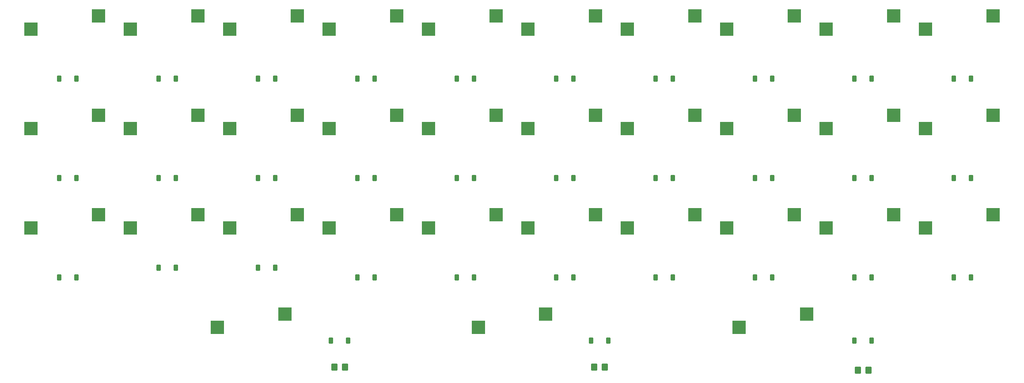
<source format=gbr>
%TF.GenerationSoftware,KiCad,Pcbnew,7.0.2-0*%
%TF.CreationDate,2023-05-11T14:31:08+08:00*%
%TF.ProjectId,Anya,416e7961-2e6b-4696-9361-645f70636258,rev?*%
%TF.SameCoordinates,Original*%
%TF.FileFunction,Paste,Bot*%
%TF.FilePolarity,Positive*%
%FSLAX46Y46*%
G04 Gerber Fmt 4.6, Leading zero omitted, Abs format (unit mm)*
G04 Created by KiCad (PCBNEW 7.0.2-0) date 2023-05-11 14:31:08*
%MOMM*%
%LPD*%
G01*
G04 APERTURE LIST*
G04 Aperture macros list*
%AMRoundRect*
0 Rectangle with rounded corners*
0 $1 Rounding radius*
0 $2 $3 $4 $5 $6 $7 $8 $9 X,Y pos of 4 corners*
0 Add a 4 corners polygon primitive as box body*
4,1,4,$2,$3,$4,$5,$6,$7,$8,$9,$2,$3,0*
0 Add four circle primitives for the rounded corners*
1,1,$1+$1,$2,$3*
1,1,$1+$1,$4,$5*
1,1,$1+$1,$6,$7*
1,1,$1+$1,$8,$9*
0 Add four rect primitives between the rounded corners*
20,1,$1+$1,$2,$3,$4,$5,0*
20,1,$1+$1,$4,$5,$6,$7,0*
20,1,$1+$1,$6,$7,$8,$9,0*
20,1,$1+$1,$8,$9,$2,$3,0*%
G04 Aperture macros list end*
%ADD10R,2.550000X2.500000*%
%ADD11RoundRect,0.225000X0.225000X0.375000X-0.225000X0.375000X-0.225000X-0.375000X0.225000X-0.375000X0*%
%ADD12RoundRect,0.250000X0.350000X0.450000X-0.350000X0.450000X-0.350000X-0.450000X0.350000X-0.450000X0*%
G04 APERTURE END LIST*
D10*
%TO.C,SW32*%
X142140000Y-99060000D03*
X155067000Y-96520000D03*
%TD*%
%TO.C,SW29*%
X208815000Y-80010000D03*
X221742000Y-77470000D03*
%TD*%
%TO.C,SW13*%
X94515000Y-60960000D03*
X107442000Y-58420000D03*
%TD*%
%TO.C,SW27*%
X170715000Y-80010000D03*
X183642000Y-77470000D03*
%TD*%
%TO.C,SW24*%
X113565000Y-80010000D03*
X126492000Y-77470000D03*
%TD*%
%TO.C,SW8*%
X189765000Y-41910000D03*
X202692000Y-39370000D03*
%TD*%
%TO.C,SW15*%
X132615000Y-60960000D03*
X145542000Y-58420000D03*
%TD*%
%TO.C,SW1*%
X56415000Y-41910000D03*
X69342000Y-39370000D03*
%TD*%
%TO.C,SW6*%
X151665000Y-41910000D03*
X164592000Y-39370000D03*
%TD*%
%TO.C,SW2*%
X75465000Y-41910000D03*
X88392000Y-39370000D03*
%TD*%
%TO.C,SW7*%
X170715000Y-41910000D03*
X183642000Y-39370000D03*
%TD*%
%TO.C,SW26*%
X151665000Y-80010000D03*
X164592000Y-77470000D03*
%TD*%
%TO.C,SW3*%
X94515000Y-41910000D03*
X107442000Y-39370000D03*
%TD*%
%TO.C,SW21*%
X56415000Y-80010000D03*
X69342000Y-77470000D03*
%TD*%
%TO.C,SW12*%
X75465000Y-60960000D03*
X88392000Y-58420000D03*
%TD*%
%TO.C,SW31*%
X92133750Y-99060000D03*
X105060750Y-96520000D03*
%TD*%
%TO.C,SW23*%
X94515000Y-80010000D03*
X107442000Y-77470000D03*
%TD*%
%TO.C,SW10*%
X227865000Y-41910000D03*
X240792000Y-39370000D03*
%TD*%
%TO.C,SW17*%
X170715000Y-60960000D03*
X183642000Y-58420000D03*
%TD*%
%TO.C,SW4*%
X113565000Y-41910000D03*
X126492000Y-39370000D03*
%TD*%
%TO.C,SW14*%
X113565000Y-60960000D03*
X126492000Y-58420000D03*
%TD*%
%TO.C,SW20*%
X227865000Y-60960000D03*
X240792000Y-58420000D03*
%TD*%
%TO.C,SW9*%
X208815000Y-41910000D03*
X221742000Y-39370000D03*
%TD*%
%TO.C,SW30*%
X227865000Y-80010000D03*
X240792000Y-77470000D03*
%TD*%
%TO.C,SW33*%
X192146250Y-99060000D03*
X205073250Y-96520000D03*
%TD*%
%TO.C,SW25*%
X132615000Y-80010000D03*
X145542000Y-77470000D03*
%TD*%
%TO.C,SW5*%
X132615000Y-41910000D03*
X145542000Y-39370000D03*
%TD*%
%TO.C,SW19*%
X208815000Y-60960000D03*
X221742000Y-58420000D03*
%TD*%
%TO.C,SW11*%
X56415000Y-60960000D03*
X69342000Y-58420000D03*
%TD*%
%TO.C,SW28*%
X189765000Y-80010000D03*
X202692000Y-77470000D03*
%TD*%
%TO.C,SW16*%
X151665000Y-60960000D03*
X164592000Y-58420000D03*
%TD*%
%TO.C,SW18*%
X189765000Y-60960000D03*
X202692000Y-58420000D03*
%TD*%
%TO.C,SW22*%
X75465000Y-80010000D03*
X88392000Y-77470000D03*
%TD*%
D11*
%TO.C,D20*%
X236600000Y-70485000D03*
X233300000Y-70485000D03*
%TD*%
%TO.C,D12*%
X84200000Y-70485000D03*
X80900000Y-70485000D03*
%TD*%
%TO.C,D7*%
X179450000Y-51435000D03*
X176150000Y-51435000D03*
%TD*%
%TO.C,D14*%
X122300000Y-70485000D03*
X119000000Y-70485000D03*
%TD*%
%TO.C,D30*%
X236600000Y-89535000D03*
X233300000Y-89535000D03*
%TD*%
%TO.C,D23*%
X103250000Y-87630000D03*
X99950000Y-87630000D03*
%TD*%
%TO.C,D13*%
X103250000Y-70485000D03*
X99950000Y-70485000D03*
%TD*%
%TO.C,D32*%
X167020000Y-101600000D03*
X163720000Y-101600000D03*
%TD*%
%TO.C,D10*%
X236600000Y-51435000D03*
X233300000Y-51435000D03*
%TD*%
%TO.C,D19*%
X217550000Y-70485000D03*
X214250000Y-70485000D03*
%TD*%
D12*
%TO.C,R5*%
X216900000Y-107315000D03*
X214900000Y-107315000D03*
%TD*%
D11*
%TO.C,D9*%
X217550000Y-51435000D03*
X214250000Y-51435000D03*
%TD*%
%TO.C,D28*%
X198500000Y-89535000D03*
X195200000Y-89535000D03*
%TD*%
%TO.C,D33*%
X217550000Y-101600000D03*
X214250000Y-101600000D03*
%TD*%
%TO.C,D6*%
X160400000Y-51435000D03*
X157100000Y-51435000D03*
%TD*%
%TO.C,D5*%
X141350000Y-51435000D03*
X138050000Y-51435000D03*
%TD*%
%TO.C,D16*%
X160400000Y-70485000D03*
X157100000Y-70485000D03*
%TD*%
%TO.C,D11*%
X65150000Y-70485000D03*
X61850000Y-70485000D03*
%TD*%
%TO.C,D4*%
X122300000Y-51435000D03*
X119000000Y-51435000D03*
%TD*%
D12*
%TO.C,R1*%
X116570000Y-106680000D03*
X114570000Y-106680000D03*
%TD*%
D11*
%TO.C,D15*%
X141350000Y-70485000D03*
X138050000Y-70485000D03*
%TD*%
%TO.C,D29*%
X217550000Y-89535000D03*
X214250000Y-89535000D03*
%TD*%
%TO.C,D26*%
X160400000Y-89535000D03*
X157100000Y-89535000D03*
%TD*%
%TO.C,D31*%
X117220000Y-101600000D03*
X113920000Y-101600000D03*
%TD*%
%TO.C,D25*%
X141350000Y-89535000D03*
X138050000Y-89535000D03*
%TD*%
%TO.C,D1*%
X65150000Y-51435000D03*
X61850000Y-51435000D03*
%TD*%
%TO.C,D3*%
X103250000Y-51435000D03*
X99950000Y-51435000D03*
%TD*%
%TO.C,D8*%
X198500000Y-51435000D03*
X195200000Y-51435000D03*
%TD*%
%TO.C,D27*%
X179450000Y-89535000D03*
X176150000Y-89535000D03*
%TD*%
%TO.C,D2*%
X84200000Y-51435000D03*
X80900000Y-51435000D03*
%TD*%
%TO.C,D24*%
X122300000Y-89535000D03*
X119000000Y-89535000D03*
%TD*%
%TO.C,D22*%
X84200000Y-87630000D03*
X80900000Y-87630000D03*
%TD*%
%TO.C,D21*%
X65150000Y-89535000D03*
X61850000Y-89535000D03*
%TD*%
%TO.C,D18*%
X198500000Y-70485000D03*
X195200000Y-70485000D03*
%TD*%
%TO.C,D17*%
X179450000Y-70485000D03*
X176150000Y-70485000D03*
%TD*%
D12*
%TO.C,R3*%
X166370000Y-106680000D03*
X164370000Y-106680000D03*
%TD*%
M02*

</source>
